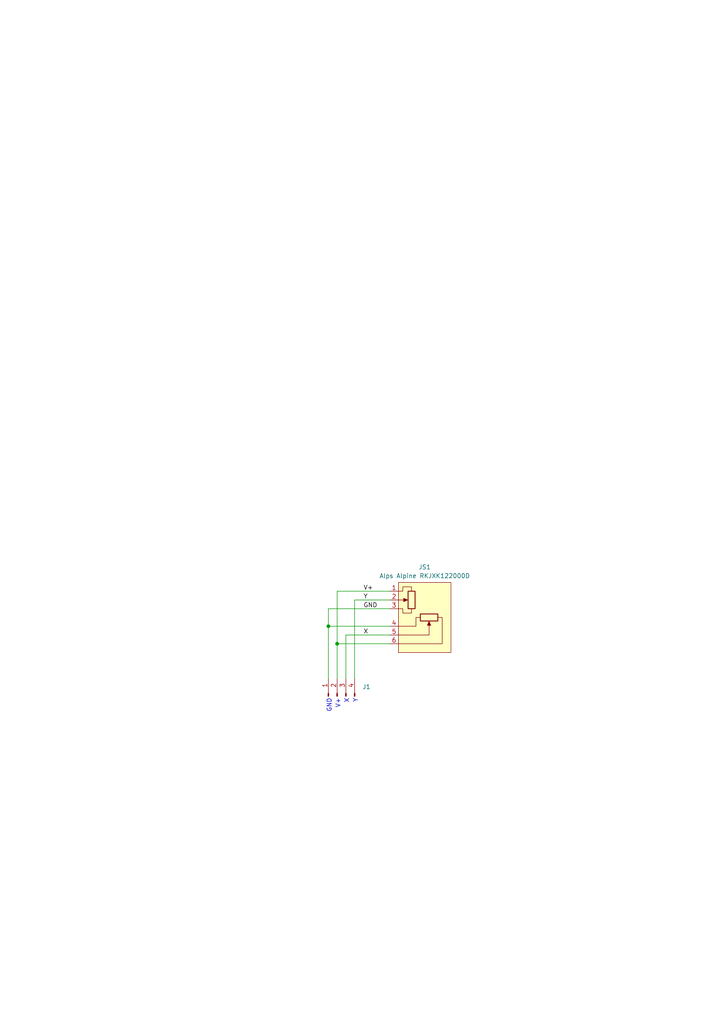
<source format=kicad_sch>
(kicad_sch (version 20211123) (generator eeschema)
  (paper "A4" portrait)
  (title_block (title "Earth Rover") (date "2023-01-23") (rev "4") (company "Vijfendertig BV") (comment 1 "Maarten De Munck") (comment 2 "Joystick board"))
  (lib_symbols
    (symbol "Connector:Conn_01x04_Male" (pin_names (offset 1.016) hide)
      (property "Reference" "J" (at 0 5.08 0))
      (property "Value" "Conn_01x04_Male" (at 0 -7.62 0))
      (symbol "Conn_01x04_Male_1_1"
        (polyline (pts (xy 1.27 -5.08) (xy 0.8636 -5.08)) (stroke (width 0.1524)))
        (polyline (pts (xy 1.27 -2.54) (xy 0.8636 -2.54)) (stroke (width 0.1524)))
        (polyline (pts (xy 1.27 0) (xy 0.8636 0)) (stroke (width 0.1524)))
        (polyline (pts (xy 1.27 2.54) (xy 0.8636 2.54)) (stroke (width 0.1524)))
        (rectangle (start 0.8636 -4.953) (end 0 -5.207) (stroke (width 0.1524)) (fill (type outline)))
        (rectangle (start 0.8636 -2.413) (end 0 -2.667) (stroke (width 0.1524)) (fill (type outline)))
        (rectangle (start 0.8636 0.127) (end 0 -0.127) (stroke (width 0.1524)) (fill (type outline)))
        (rectangle (start 0.8636 2.667) (end 0 2.413) (stroke (width 0.1524)) (fill (type outline)))
        (pin passive line (at 5.08 2.54 180) (length 3.81) (name "Pin_1") (number "1"))
        (pin passive line (at 5.08 0 180) (length 3.81) (name "Pin_2") (number "2"))
        (pin passive line (at 5.08 -2.54 180) (length 3.81) (name "Pin_3") (number "3"))
        (pin passive line (at 5.08 -5.08 180) (length 3.81) (name "Pin_4") (number "4"))
      )
    )
    (symbol "earth-rover-symbols:AnalogMiniJoystick" (pin_names (offset 1.016) hide)
      (property "Reference" "JS" (at 0 6.35 0))
      (property "Value" "AnalogMiniJoystick" (at 0 3.81 0))
      (symbol "AnalogMiniJoystick_0_1"
        (rectangle (start -7.62 2.54) (end 7.62 -17.78) (fill (type background)))
        (rectangle (start -4.826 -5.08) (end -2.794 0) (stroke (width 0.254)))
        (polyline (pts (xy -7.62 -2.54) (xy -6.35 -2.54)))
        (polyline (pts (xy -6.35 -2.54) (xy -5.334 -2.54)))
        (polyline (pts (xy -6.35 -2.54) (xy -5.334 -2.54)))
        (polyline (pts (xy 1.27 -10.16) (xy 1.27 -9.144)))
        (polyline (pts (xy 1.27 -10.16) (xy 1.27 -9.144)))
        (polyline (pts (xy 1.27 -10.16) (xy 1.27 -12.7) (xy -7.62 -12.7)))
        (polyline (pts (xy -4.953 -2.54) (xy -6.096 -3.048) (xy -6.096 -2.032) (xy -4.953 -2.54)) (fill (type outline)))
        (polyline (pts (xy -1.27 -7.62) (xy -2.54 -7.62) (xy -2.54 -10.16) (xy -7.62 -10.16)))
        (polyline (pts (xy 1.27 -8.763) (xy 1.778 -9.906) (xy 0.762 -9.906) (xy 1.27 -8.763)) (fill (type outline)))
        (polyline (pts (xy 3.81 -7.62) (xy 5.08 -7.62) (xy 5.08 -15.24) (xy -7.62 -15.24)))
        (polyline (pts (xy -7.62 -5.08) (xy -6.35 -5.08) (xy -6.35 -6.35) (xy -3.81 -6.35) (xy -3.81 -5.08)))
        (polyline (pts (xy -7.62 0) (xy -6.35 0) (xy -6.35 1.27) (xy -3.81 1.27) (xy -3.81 0)))
        (rectangle (start 3.81 -8.636) (end -1.27 -6.604) (stroke (width 0.254)))
      )
      (symbol "AnalogMiniJoystick_1_1"
        (pin passive line (at -10.16 0 0) (length 2.54) (name "1") (number "1"))
        (pin passive line (at -10.16 -2.54 0) (length 2.54) (name "2") (number "2"))
        (pin passive line (at -10.16 -5.08 0) (length 2.54) (name "3") (number "3"))
        (pin passive line (at -10.16 -10.16 0) (length 2.54) (name "4") (number "4"))
        (pin passive line (at -10.16 -12.7 0) (length 2.54) (name "5") (number "5"))
        (pin passive line (at -10.16 -15.24 0) (length 2.54) (name "6") (number "6"))
      )
    )
  )
  (junction (at 95.25 181.61))
  (junction (at 97.79 186.69))
  (wire (pts (xy 97.79 196.85) (xy 97.79 186.69)))
  (wire (pts (xy 102.87 173.99) (xy 113.03 173.99)))
  (wire (pts (xy 102.87 196.85) (xy 102.87 173.99)))
  (wire (pts (xy 97.79 171.45) (xy 113.03 171.45)))
  (wire (pts (xy 113.03 181.61) (xy 95.25 181.61)))
  (wire (pts (xy 95.25 176.53) (xy 113.03 176.53)))
  (wire (pts (xy 100.33 184.15) (xy 113.03 184.15)))
  (wire (pts (xy 97.79 186.69) (xy 97.79 171.45)))
  (wire (pts (xy 95.25 181.61) (xy 95.25 196.85)))
  (wire (pts (xy 95.25 181.61) (xy 95.25 176.53)))
  (wire (pts (xy 97.79 186.69) (xy 113.03 186.69)))
  (wire (pts (xy 100.33 196.85) (xy 100.33 184.15)))
  (text "V+" (at 98.806 202.565 270) (effects (font (size 1.27 1.27)) (justify right bottom)))
  (text "X" (at 101.346 202.565 270) (effects (font (size 1.27 1.27)) (justify right bottom)))
  (text "GND" (at 96.266 202.565 270) (effects (font (size 1.27 1.27)) (justify right bottom)))
  (text "Y" (at 103.886 202.565 270) (effects (font (size 1.27 1.27)) (justify right bottom)))
  (label "GND" (at 105.41 176.53 0))
  (label "X" (at 105.41 184.15 0))
  (label "Y" (at 105.41 173.99 0))
  (label "V+" (at 105.41 171.45 0))
  (symbol (lib_id "earth-rover-symbols:AnalogMiniJoystick") (at 123.19 171.45 0) (unit 1)
    (property "Reference" "JS1" (at 123.19 164.465 0))
    (property "Value" "Alps Alpine RKJXK122000D" (at 123.19 167.005 0))
    (property "Footprint" "earth-rover-footprints:Alps_RKJXK122000D" (effects hide))
  )
  (symbol (lib_id "Connector:Conn_01x04_Male") (at 97.79 201.93 90) (unit 1)
    (property "Reference" "J1" (at 105.1052 199.1868 90) (effects (justify right)))
    (property "Value" "Conn_01x04_Male" (effects hide))
    (property "Footprint" "Connector_PinHeader_2.54mm:PinHeader_1x04_P2.54mm_Horizontal" (effects hide))
  )
)
</source>
